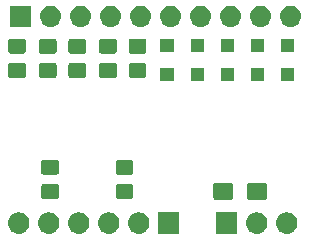
<source format=gbr>
G04 #@! TF.GenerationSoftware,KiCad,Pcbnew,5.1.2-f72e74a~84~ubuntu18.04.1*
G04 #@! TF.CreationDate,2019-06-19T14:53:36+07:00*
G04 #@! TF.ProjectId,serial_matrix_keyboard_shild,73657269-616c-45f6-9d61-747269785f6b,rev?*
G04 #@! TF.SameCoordinates,Original*
G04 #@! TF.FileFunction,Soldermask,Bot*
G04 #@! TF.FilePolarity,Negative*
%FSLAX46Y46*%
G04 Gerber Fmt 4.6, Leading zero omitted, Abs format (unit mm)*
G04 Created by KiCad (PCBNEW 5.1.2-f72e74a~84~ubuntu18.04.1) date 2019-06-19 14:53:36*
%MOMM*%
%LPD*%
G04 APERTURE LIST*
%ADD10C,0.100000*%
G04 APERTURE END LIST*
D10*
G36*
X221950443Y-103605519D02*
G01*
X222016627Y-103612037D01*
X222186466Y-103663557D01*
X222342991Y-103747222D01*
X222378729Y-103776552D01*
X222480186Y-103859814D01*
X222563448Y-103961271D01*
X222592778Y-103997009D01*
X222676443Y-104153534D01*
X222727963Y-104323373D01*
X222745359Y-104500000D01*
X222727963Y-104676627D01*
X222676443Y-104846466D01*
X222592778Y-105002991D01*
X222563448Y-105038729D01*
X222480186Y-105140186D01*
X222378729Y-105223448D01*
X222342991Y-105252778D01*
X222186466Y-105336443D01*
X222016627Y-105387963D01*
X221950443Y-105394481D01*
X221884260Y-105401000D01*
X221795740Y-105401000D01*
X221729557Y-105394481D01*
X221663373Y-105387963D01*
X221493534Y-105336443D01*
X221337009Y-105252778D01*
X221301271Y-105223448D01*
X221199814Y-105140186D01*
X221116552Y-105038729D01*
X221087222Y-105002991D01*
X221003557Y-104846466D01*
X220952037Y-104676627D01*
X220934641Y-104500000D01*
X220952037Y-104323373D01*
X221003557Y-104153534D01*
X221087222Y-103997009D01*
X221116552Y-103961271D01*
X221199814Y-103859814D01*
X221301271Y-103776552D01*
X221337009Y-103747222D01*
X221493534Y-103663557D01*
X221663373Y-103612037D01*
X221729558Y-103605518D01*
X221795740Y-103599000D01*
X221884260Y-103599000D01*
X221950443Y-103605519D01*
X221950443Y-103605519D01*
G37*
G36*
X219410443Y-103605519D02*
G01*
X219476627Y-103612037D01*
X219646466Y-103663557D01*
X219802991Y-103747222D01*
X219838729Y-103776552D01*
X219940186Y-103859814D01*
X220023448Y-103961271D01*
X220052778Y-103997009D01*
X220136443Y-104153534D01*
X220187963Y-104323373D01*
X220205359Y-104500000D01*
X220187963Y-104676627D01*
X220136443Y-104846466D01*
X220052778Y-105002991D01*
X220023448Y-105038729D01*
X219940186Y-105140186D01*
X219838729Y-105223448D01*
X219802991Y-105252778D01*
X219646466Y-105336443D01*
X219476627Y-105387963D01*
X219410443Y-105394481D01*
X219344260Y-105401000D01*
X219255740Y-105401000D01*
X219189557Y-105394481D01*
X219123373Y-105387963D01*
X218953534Y-105336443D01*
X218797009Y-105252778D01*
X218761271Y-105223448D01*
X218659814Y-105140186D01*
X218576552Y-105038729D01*
X218547222Y-105002991D01*
X218463557Y-104846466D01*
X218412037Y-104676627D01*
X218394641Y-104500000D01*
X218412037Y-104323373D01*
X218463557Y-104153534D01*
X218547222Y-103997009D01*
X218576552Y-103961271D01*
X218659814Y-103859814D01*
X218761271Y-103776552D01*
X218797009Y-103747222D01*
X218953534Y-103663557D01*
X219123373Y-103612037D01*
X219189558Y-103605518D01*
X219255740Y-103599000D01*
X219344260Y-103599000D01*
X219410443Y-103605519D01*
X219410443Y-103605519D01*
G37*
G36*
X199250443Y-103605519D02*
G01*
X199316627Y-103612037D01*
X199486466Y-103663557D01*
X199642991Y-103747222D01*
X199678729Y-103776552D01*
X199780186Y-103859814D01*
X199863448Y-103961271D01*
X199892778Y-103997009D01*
X199976443Y-104153534D01*
X200027963Y-104323373D01*
X200045359Y-104500000D01*
X200027963Y-104676627D01*
X199976443Y-104846466D01*
X199892778Y-105002991D01*
X199863448Y-105038729D01*
X199780186Y-105140186D01*
X199678729Y-105223448D01*
X199642991Y-105252778D01*
X199486466Y-105336443D01*
X199316627Y-105387963D01*
X199250443Y-105394481D01*
X199184260Y-105401000D01*
X199095740Y-105401000D01*
X199029557Y-105394481D01*
X198963373Y-105387963D01*
X198793534Y-105336443D01*
X198637009Y-105252778D01*
X198601271Y-105223448D01*
X198499814Y-105140186D01*
X198416552Y-105038729D01*
X198387222Y-105002991D01*
X198303557Y-104846466D01*
X198252037Y-104676627D01*
X198234641Y-104500000D01*
X198252037Y-104323373D01*
X198303557Y-104153534D01*
X198387222Y-103997009D01*
X198416552Y-103961271D01*
X198499814Y-103859814D01*
X198601271Y-103776552D01*
X198637009Y-103747222D01*
X198793534Y-103663557D01*
X198963373Y-103612037D01*
X199029558Y-103605518D01*
X199095740Y-103599000D01*
X199184260Y-103599000D01*
X199250443Y-103605519D01*
X199250443Y-103605519D01*
G37*
G36*
X201790443Y-103605519D02*
G01*
X201856627Y-103612037D01*
X202026466Y-103663557D01*
X202182991Y-103747222D01*
X202218729Y-103776552D01*
X202320186Y-103859814D01*
X202403448Y-103961271D01*
X202432778Y-103997009D01*
X202516443Y-104153534D01*
X202567963Y-104323373D01*
X202585359Y-104500000D01*
X202567963Y-104676627D01*
X202516443Y-104846466D01*
X202432778Y-105002991D01*
X202403448Y-105038729D01*
X202320186Y-105140186D01*
X202218729Y-105223448D01*
X202182991Y-105252778D01*
X202026466Y-105336443D01*
X201856627Y-105387963D01*
X201790443Y-105394481D01*
X201724260Y-105401000D01*
X201635740Y-105401000D01*
X201569557Y-105394481D01*
X201503373Y-105387963D01*
X201333534Y-105336443D01*
X201177009Y-105252778D01*
X201141271Y-105223448D01*
X201039814Y-105140186D01*
X200956552Y-105038729D01*
X200927222Y-105002991D01*
X200843557Y-104846466D01*
X200792037Y-104676627D01*
X200774641Y-104500000D01*
X200792037Y-104323373D01*
X200843557Y-104153534D01*
X200927222Y-103997009D01*
X200956552Y-103961271D01*
X201039814Y-103859814D01*
X201141271Y-103776552D01*
X201177009Y-103747222D01*
X201333534Y-103663557D01*
X201503373Y-103612037D01*
X201569558Y-103605518D01*
X201635740Y-103599000D01*
X201724260Y-103599000D01*
X201790443Y-103605519D01*
X201790443Y-103605519D01*
G37*
G36*
X204330443Y-103605519D02*
G01*
X204396627Y-103612037D01*
X204566466Y-103663557D01*
X204722991Y-103747222D01*
X204758729Y-103776552D01*
X204860186Y-103859814D01*
X204943448Y-103961271D01*
X204972778Y-103997009D01*
X205056443Y-104153534D01*
X205107963Y-104323373D01*
X205125359Y-104500000D01*
X205107963Y-104676627D01*
X205056443Y-104846466D01*
X204972778Y-105002991D01*
X204943448Y-105038729D01*
X204860186Y-105140186D01*
X204758729Y-105223448D01*
X204722991Y-105252778D01*
X204566466Y-105336443D01*
X204396627Y-105387963D01*
X204330443Y-105394481D01*
X204264260Y-105401000D01*
X204175740Y-105401000D01*
X204109557Y-105394481D01*
X204043373Y-105387963D01*
X203873534Y-105336443D01*
X203717009Y-105252778D01*
X203681271Y-105223448D01*
X203579814Y-105140186D01*
X203496552Y-105038729D01*
X203467222Y-105002991D01*
X203383557Y-104846466D01*
X203332037Y-104676627D01*
X203314641Y-104500000D01*
X203332037Y-104323373D01*
X203383557Y-104153534D01*
X203467222Y-103997009D01*
X203496552Y-103961271D01*
X203579814Y-103859814D01*
X203681271Y-103776552D01*
X203717009Y-103747222D01*
X203873534Y-103663557D01*
X204043373Y-103612037D01*
X204109558Y-103605518D01*
X204175740Y-103599000D01*
X204264260Y-103599000D01*
X204330443Y-103605519D01*
X204330443Y-103605519D01*
G37*
G36*
X209410443Y-103605519D02*
G01*
X209476627Y-103612037D01*
X209646466Y-103663557D01*
X209802991Y-103747222D01*
X209838729Y-103776552D01*
X209940186Y-103859814D01*
X210023448Y-103961271D01*
X210052778Y-103997009D01*
X210136443Y-104153534D01*
X210187963Y-104323373D01*
X210205359Y-104500000D01*
X210187963Y-104676627D01*
X210136443Y-104846466D01*
X210052778Y-105002991D01*
X210023448Y-105038729D01*
X209940186Y-105140186D01*
X209838729Y-105223448D01*
X209802991Y-105252778D01*
X209646466Y-105336443D01*
X209476627Y-105387963D01*
X209410443Y-105394481D01*
X209344260Y-105401000D01*
X209255740Y-105401000D01*
X209189557Y-105394481D01*
X209123373Y-105387963D01*
X208953534Y-105336443D01*
X208797009Y-105252778D01*
X208761271Y-105223448D01*
X208659814Y-105140186D01*
X208576552Y-105038729D01*
X208547222Y-105002991D01*
X208463557Y-104846466D01*
X208412037Y-104676627D01*
X208394641Y-104500000D01*
X208412037Y-104323373D01*
X208463557Y-104153534D01*
X208547222Y-103997009D01*
X208576552Y-103961271D01*
X208659814Y-103859814D01*
X208761271Y-103776552D01*
X208797009Y-103747222D01*
X208953534Y-103663557D01*
X209123373Y-103612037D01*
X209189558Y-103605518D01*
X209255740Y-103599000D01*
X209344260Y-103599000D01*
X209410443Y-103605519D01*
X209410443Y-103605519D01*
G37*
G36*
X212741000Y-105401000D02*
G01*
X210939000Y-105401000D01*
X210939000Y-103599000D01*
X212741000Y-103599000D01*
X212741000Y-105401000D01*
X212741000Y-105401000D01*
G37*
G36*
X217661000Y-105401000D02*
G01*
X215859000Y-105401000D01*
X215859000Y-103599000D01*
X217661000Y-103599000D01*
X217661000Y-105401000D01*
X217661000Y-105401000D01*
G37*
G36*
X206870443Y-103605519D02*
G01*
X206936627Y-103612037D01*
X207106466Y-103663557D01*
X207262991Y-103747222D01*
X207298729Y-103776552D01*
X207400186Y-103859814D01*
X207483448Y-103961271D01*
X207512778Y-103997009D01*
X207596443Y-104153534D01*
X207647963Y-104323373D01*
X207665359Y-104500000D01*
X207647963Y-104676627D01*
X207596443Y-104846466D01*
X207512778Y-105002991D01*
X207483448Y-105038729D01*
X207400186Y-105140186D01*
X207298729Y-105223448D01*
X207262991Y-105252778D01*
X207106466Y-105336443D01*
X206936627Y-105387963D01*
X206870443Y-105394481D01*
X206804260Y-105401000D01*
X206715740Y-105401000D01*
X206649557Y-105394481D01*
X206583373Y-105387963D01*
X206413534Y-105336443D01*
X206257009Y-105252778D01*
X206221271Y-105223448D01*
X206119814Y-105140186D01*
X206036552Y-105038729D01*
X206007222Y-105002991D01*
X205923557Y-104846466D01*
X205872037Y-104676627D01*
X205854641Y-104500000D01*
X205872037Y-104323373D01*
X205923557Y-104153534D01*
X206007222Y-103997009D01*
X206036552Y-103961271D01*
X206119814Y-103859814D01*
X206221271Y-103776552D01*
X206257009Y-103747222D01*
X206413534Y-103663557D01*
X206583373Y-103612037D01*
X206649558Y-103605518D01*
X206715740Y-103599000D01*
X206804260Y-103599000D01*
X206870443Y-103605519D01*
X206870443Y-103605519D01*
G37*
G36*
X217147798Y-101078247D02*
G01*
X217183367Y-101089037D01*
X217216139Y-101106554D01*
X217244869Y-101130131D01*
X217268446Y-101158861D01*
X217285963Y-101191633D01*
X217296753Y-101227202D01*
X217301000Y-101270325D01*
X217301000Y-102329675D01*
X217296753Y-102372798D01*
X217285963Y-102408367D01*
X217268446Y-102441139D01*
X217244869Y-102469869D01*
X217216139Y-102493446D01*
X217183367Y-102510963D01*
X217147798Y-102521753D01*
X217104675Y-102526000D01*
X215820325Y-102526000D01*
X215777202Y-102521753D01*
X215741633Y-102510963D01*
X215708861Y-102493446D01*
X215680131Y-102469869D01*
X215656554Y-102441139D01*
X215639037Y-102408367D01*
X215628247Y-102372798D01*
X215624000Y-102329675D01*
X215624000Y-101270325D01*
X215628247Y-101227202D01*
X215639037Y-101191633D01*
X215656554Y-101158861D01*
X215680131Y-101130131D01*
X215708861Y-101106554D01*
X215741633Y-101089037D01*
X215777202Y-101078247D01*
X215820325Y-101074000D01*
X217104675Y-101074000D01*
X217147798Y-101078247D01*
X217147798Y-101078247D01*
G37*
G36*
X220022798Y-101078247D02*
G01*
X220058367Y-101089037D01*
X220091139Y-101106554D01*
X220119869Y-101130131D01*
X220143446Y-101158861D01*
X220160963Y-101191633D01*
X220171753Y-101227202D01*
X220176000Y-101270325D01*
X220176000Y-102329675D01*
X220171753Y-102372798D01*
X220160963Y-102408367D01*
X220143446Y-102441139D01*
X220119869Y-102469869D01*
X220091139Y-102493446D01*
X220058367Y-102510963D01*
X220022798Y-102521753D01*
X219979675Y-102526000D01*
X218695325Y-102526000D01*
X218652202Y-102521753D01*
X218616633Y-102510963D01*
X218583861Y-102493446D01*
X218555131Y-102469869D01*
X218531554Y-102441139D01*
X218514037Y-102408367D01*
X218503247Y-102372798D01*
X218499000Y-102329675D01*
X218499000Y-101270325D01*
X218503247Y-101227202D01*
X218514037Y-101191633D01*
X218531554Y-101158861D01*
X218555131Y-101130131D01*
X218583861Y-101106554D01*
X218616633Y-101089037D01*
X218652202Y-101078247D01*
X218695325Y-101074000D01*
X219979675Y-101074000D01*
X220022798Y-101078247D01*
X220022798Y-101078247D01*
G37*
G36*
X202388674Y-101203465D02*
G01*
X202426367Y-101214899D01*
X202461103Y-101233466D01*
X202491548Y-101258452D01*
X202516534Y-101288897D01*
X202535101Y-101323633D01*
X202546535Y-101361326D01*
X202551000Y-101406661D01*
X202551000Y-102243339D01*
X202546535Y-102288674D01*
X202535101Y-102326367D01*
X202516534Y-102361103D01*
X202491548Y-102391548D01*
X202461103Y-102416534D01*
X202426367Y-102435101D01*
X202388674Y-102446535D01*
X202343339Y-102451000D01*
X201256661Y-102451000D01*
X201211326Y-102446535D01*
X201173633Y-102435101D01*
X201138897Y-102416534D01*
X201108452Y-102391548D01*
X201083466Y-102361103D01*
X201064899Y-102326367D01*
X201053465Y-102288674D01*
X201049000Y-102243339D01*
X201049000Y-101406661D01*
X201053465Y-101361326D01*
X201064899Y-101323633D01*
X201083466Y-101288897D01*
X201108452Y-101258452D01*
X201138897Y-101233466D01*
X201173633Y-101214899D01*
X201211326Y-101203465D01*
X201256661Y-101199000D01*
X202343339Y-101199000D01*
X202388674Y-101203465D01*
X202388674Y-101203465D01*
G37*
G36*
X208688674Y-101203465D02*
G01*
X208726367Y-101214899D01*
X208761103Y-101233466D01*
X208791548Y-101258452D01*
X208816534Y-101288897D01*
X208835101Y-101323633D01*
X208846535Y-101361326D01*
X208851000Y-101406661D01*
X208851000Y-102243339D01*
X208846535Y-102288674D01*
X208835101Y-102326367D01*
X208816534Y-102361103D01*
X208791548Y-102391548D01*
X208761103Y-102416534D01*
X208726367Y-102435101D01*
X208688674Y-102446535D01*
X208643339Y-102451000D01*
X207556661Y-102451000D01*
X207511326Y-102446535D01*
X207473633Y-102435101D01*
X207438897Y-102416534D01*
X207408452Y-102391548D01*
X207383466Y-102361103D01*
X207364899Y-102326367D01*
X207353465Y-102288674D01*
X207349000Y-102243339D01*
X207349000Y-101406661D01*
X207353465Y-101361326D01*
X207364899Y-101323633D01*
X207383466Y-101288897D01*
X207408452Y-101258452D01*
X207438897Y-101233466D01*
X207473633Y-101214899D01*
X207511326Y-101203465D01*
X207556661Y-101199000D01*
X208643339Y-101199000D01*
X208688674Y-101203465D01*
X208688674Y-101203465D01*
G37*
G36*
X202388674Y-99153465D02*
G01*
X202426367Y-99164899D01*
X202461103Y-99183466D01*
X202491548Y-99208452D01*
X202516534Y-99238897D01*
X202535101Y-99273633D01*
X202546535Y-99311326D01*
X202551000Y-99356661D01*
X202551000Y-100193339D01*
X202546535Y-100238674D01*
X202535101Y-100276367D01*
X202516534Y-100311103D01*
X202491548Y-100341548D01*
X202461103Y-100366534D01*
X202426367Y-100385101D01*
X202388674Y-100396535D01*
X202343339Y-100401000D01*
X201256661Y-100401000D01*
X201211326Y-100396535D01*
X201173633Y-100385101D01*
X201138897Y-100366534D01*
X201108452Y-100341548D01*
X201083466Y-100311103D01*
X201064899Y-100276367D01*
X201053465Y-100238674D01*
X201049000Y-100193339D01*
X201049000Y-99356661D01*
X201053465Y-99311326D01*
X201064899Y-99273633D01*
X201083466Y-99238897D01*
X201108452Y-99208452D01*
X201138897Y-99183466D01*
X201173633Y-99164899D01*
X201211326Y-99153465D01*
X201256661Y-99149000D01*
X202343339Y-99149000D01*
X202388674Y-99153465D01*
X202388674Y-99153465D01*
G37*
G36*
X208688674Y-99153465D02*
G01*
X208726367Y-99164899D01*
X208761103Y-99183466D01*
X208791548Y-99208452D01*
X208816534Y-99238897D01*
X208835101Y-99273633D01*
X208846535Y-99311326D01*
X208851000Y-99356661D01*
X208851000Y-100193339D01*
X208846535Y-100238674D01*
X208835101Y-100276367D01*
X208816534Y-100311103D01*
X208791548Y-100341548D01*
X208761103Y-100366534D01*
X208726367Y-100385101D01*
X208688674Y-100396535D01*
X208643339Y-100401000D01*
X207556661Y-100401000D01*
X207511326Y-100396535D01*
X207473633Y-100385101D01*
X207438897Y-100366534D01*
X207408452Y-100341548D01*
X207383466Y-100311103D01*
X207364899Y-100276367D01*
X207353465Y-100238674D01*
X207349000Y-100193339D01*
X207349000Y-99356661D01*
X207353465Y-99311326D01*
X207364899Y-99273633D01*
X207383466Y-99238897D01*
X207408452Y-99208452D01*
X207438897Y-99183466D01*
X207473633Y-99164899D01*
X207511326Y-99153465D01*
X207556661Y-99149000D01*
X208643339Y-99149000D01*
X208688674Y-99153465D01*
X208688674Y-99153465D01*
G37*
G36*
X219951000Y-92501000D02*
G01*
X218849000Y-92501000D01*
X218849000Y-91399000D01*
X219951000Y-91399000D01*
X219951000Y-92501000D01*
X219951000Y-92501000D01*
G37*
G36*
X222451000Y-92501000D02*
G01*
X221349000Y-92501000D01*
X221349000Y-91399000D01*
X222451000Y-91399000D01*
X222451000Y-92501000D01*
X222451000Y-92501000D01*
G37*
G36*
X217351000Y-92501000D02*
G01*
X216249000Y-92501000D01*
X216249000Y-91399000D01*
X217351000Y-91399000D01*
X217351000Y-92501000D01*
X217351000Y-92501000D01*
G37*
G36*
X214851000Y-92501000D02*
G01*
X213749000Y-92501000D01*
X213749000Y-91399000D01*
X214851000Y-91399000D01*
X214851000Y-92501000D01*
X214851000Y-92501000D01*
G37*
G36*
X212251000Y-92501000D02*
G01*
X211149000Y-92501000D01*
X211149000Y-91399000D01*
X212251000Y-91399000D01*
X212251000Y-92501000D01*
X212251000Y-92501000D01*
G37*
G36*
X207288674Y-90953465D02*
G01*
X207326367Y-90964899D01*
X207361103Y-90983466D01*
X207391548Y-91008452D01*
X207416534Y-91038897D01*
X207435101Y-91073633D01*
X207446535Y-91111326D01*
X207451000Y-91156661D01*
X207451000Y-91993339D01*
X207446535Y-92038674D01*
X207435101Y-92076367D01*
X207416534Y-92111103D01*
X207391548Y-92141548D01*
X207361103Y-92166534D01*
X207326367Y-92185101D01*
X207288674Y-92196535D01*
X207243339Y-92201000D01*
X206156661Y-92201000D01*
X206111326Y-92196535D01*
X206073633Y-92185101D01*
X206038897Y-92166534D01*
X206008452Y-92141548D01*
X205983466Y-92111103D01*
X205964899Y-92076367D01*
X205953465Y-92038674D01*
X205949000Y-91993339D01*
X205949000Y-91156661D01*
X205953465Y-91111326D01*
X205964899Y-91073633D01*
X205983466Y-91038897D01*
X206008452Y-91008452D01*
X206038897Y-90983466D01*
X206073633Y-90964899D01*
X206111326Y-90953465D01*
X206156661Y-90949000D01*
X207243339Y-90949000D01*
X207288674Y-90953465D01*
X207288674Y-90953465D01*
G37*
G36*
X209788674Y-90953465D02*
G01*
X209826367Y-90964899D01*
X209861103Y-90983466D01*
X209891548Y-91008452D01*
X209916534Y-91038897D01*
X209935101Y-91073633D01*
X209946535Y-91111326D01*
X209951000Y-91156661D01*
X209951000Y-91993339D01*
X209946535Y-92038674D01*
X209935101Y-92076367D01*
X209916534Y-92111103D01*
X209891548Y-92141548D01*
X209861103Y-92166534D01*
X209826367Y-92185101D01*
X209788674Y-92196535D01*
X209743339Y-92201000D01*
X208656661Y-92201000D01*
X208611326Y-92196535D01*
X208573633Y-92185101D01*
X208538897Y-92166534D01*
X208508452Y-92141548D01*
X208483466Y-92111103D01*
X208464899Y-92076367D01*
X208453465Y-92038674D01*
X208449000Y-91993339D01*
X208449000Y-91156661D01*
X208453465Y-91111326D01*
X208464899Y-91073633D01*
X208483466Y-91038897D01*
X208508452Y-91008452D01*
X208538897Y-90983466D01*
X208573633Y-90964899D01*
X208611326Y-90953465D01*
X208656661Y-90949000D01*
X209743339Y-90949000D01*
X209788674Y-90953465D01*
X209788674Y-90953465D01*
G37*
G36*
X204688674Y-90953465D02*
G01*
X204726367Y-90964899D01*
X204761103Y-90983466D01*
X204791548Y-91008452D01*
X204816534Y-91038897D01*
X204835101Y-91073633D01*
X204846535Y-91111326D01*
X204851000Y-91156661D01*
X204851000Y-91993339D01*
X204846535Y-92038674D01*
X204835101Y-92076367D01*
X204816534Y-92111103D01*
X204791548Y-92141548D01*
X204761103Y-92166534D01*
X204726367Y-92185101D01*
X204688674Y-92196535D01*
X204643339Y-92201000D01*
X203556661Y-92201000D01*
X203511326Y-92196535D01*
X203473633Y-92185101D01*
X203438897Y-92166534D01*
X203408452Y-92141548D01*
X203383466Y-92111103D01*
X203364899Y-92076367D01*
X203353465Y-92038674D01*
X203349000Y-91993339D01*
X203349000Y-91156661D01*
X203353465Y-91111326D01*
X203364899Y-91073633D01*
X203383466Y-91038897D01*
X203408452Y-91008452D01*
X203438897Y-90983466D01*
X203473633Y-90964899D01*
X203511326Y-90953465D01*
X203556661Y-90949000D01*
X204643339Y-90949000D01*
X204688674Y-90953465D01*
X204688674Y-90953465D01*
G37*
G36*
X199588674Y-90953465D02*
G01*
X199626367Y-90964899D01*
X199661103Y-90983466D01*
X199691548Y-91008452D01*
X199716534Y-91038897D01*
X199735101Y-91073633D01*
X199746535Y-91111326D01*
X199751000Y-91156661D01*
X199751000Y-91993339D01*
X199746535Y-92038674D01*
X199735101Y-92076367D01*
X199716534Y-92111103D01*
X199691548Y-92141548D01*
X199661103Y-92166534D01*
X199626367Y-92185101D01*
X199588674Y-92196535D01*
X199543339Y-92201000D01*
X198456661Y-92201000D01*
X198411326Y-92196535D01*
X198373633Y-92185101D01*
X198338897Y-92166534D01*
X198308452Y-92141548D01*
X198283466Y-92111103D01*
X198264899Y-92076367D01*
X198253465Y-92038674D01*
X198249000Y-91993339D01*
X198249000Y-91156661D01*
X198253465Y-91111326D01*
X198264899Y-91073633D01*
X198283466Y-91038897D01*
X198308452Y-91008452D01*
X198338897Y-90983466D01*
X198373633Y-90964899D01*
X198411326Y-90953465D01*
X198456661Y-90949000D01*
X199543339Y-90949000D01*
X199588674Y-90953465D01*
X199588674Y-90953465D01*
G37*
G36*
X202188674Y-90953465D02*
G01*
X202226367Y-90964899D01*
X202261103Y-90983466D01*
X202291548Y-91008452D01*
X202316534Y-91038897D01*
X202335101Y-91073633D01*
X202346535Y-91111326D01*
X202351000Y-91156661D01*
X202351000Y-91993339D01*
X202346535Y-92038674D01*
X202335101Y-92076367D01*
X202316534Y-92111103D01*
X202291548Y-92141548D01*
X202261103Y-92166534D01*
X202226367Y-92185101D01*
X202188674Y-92196535D01*
X202143339Y-92201000D01*
X201056661Y-92201000D01*
X201011326Y-92196535D01*
X200973633Y-92185101D01*
X200938897Y-92166534D01*
X200908452Y-92141548D01*
X200883466Y-92111103D01*
X200864899Y-92076367D01*
X200853465Y-92038674D01*
X200849000Y-91993339D01*
X200849000Y-91156661D01*
X200853465Y-91111326D01*
X200864899Y-91073633D01*
X200883466Y-91038897D01*
X200908452Y-91008452D01*
X200938897Y-90983466D01*
X200973633Y-90964899D01*
X201011326Y-90953465D01*
X201056661Y-90949000D01*
X202143339Y-90949000D01*
X202188674Y-90953465D01*
X202188674Y-90953465D01*
G37*
G36*
X199588674Y-88903465D02*
G01*
X199626367Y-88914899D01*
X199661103Y-88933466D01*
X199691548Y-88958452D01*
X199716534Y-88988897D01*
X199735101Y-89023633D01*
X199746535Y-89061326D01*
X199751000Y-89106661D01*
X199751000Y-89943339D01*
X199746535Y-89988674D01*
X199735101Y-90026367D01*
X199716534Y-90061103D01*
X199691548Y-90091548D01*
X199661103Y-90116534D01*
X199626367Y-90135101D01*
X199588674Y-90146535D01*
X199543339Y-90151000D01*
X198456661Y-90151000D01*
X198411326Y-90146535D01*
X198373633Y-90135101D01*
X198338897Y-90116534D01*
X198308452Y-90091548D01*
X198283466Y-90061103D01*
X198264899Y-90026367D01*
X198253465Y-89988674D01*
X198249000Y-89943339D01*
X198249000Y-89106661D01*
X198253465Y-89061326D01*
X198264899Y-89023633D01*
X198283466Y-88988897D01*
X198308452Y-88958452D01*
X198338897Y-88933466D01*
X198373633Y-88914899D01*
X198411326Y-88903465D01*
X198456661Y-88899000D01*
X199543339Y-88899000D01*
X199588674Y-88903465D01*
X199588674Y-88903465D01*
G37*
G36*
X209788674Y-88903465D02*
G01*
X209826367Y-88914899D01*
X209861103Y-88933466D01*
X209891548Y-88958452D01*
X209916534Y-88988897D01*
X209935101Y-89023633D01*
X209946535Y-89061326D01*
X209951000Y-89106661D01*
X209951000Y-89943339D01*
X209946535Y-89988674D01*
X209935101Y-90026367D01*
X209916534Y-90061103D01*
X209891548Y-90091548D01*
X209861103Y-90116534D01*
X209826367Y-90135101D01*
X209788674Y-90146535D01*
X209743339Y-90151000D01*
X208656661Y-90151000D01*
X208611326Y-90146535D01*
X208573633Y-90135101D01*
X208538897Y-90116534D01*
X208508452Y-90091548D01*
X208483466Y-90061103D01*
X208464899Y-90026367D01*
X208453465Y-89988674D01*
X208449000Y-89943339D01*
X208449000Y-89106661D01*
X208453465Y-89061326D01*
X208464899Y-89023633D01*
X208483466Y-88988897D01*
X208508452Y-88958452D01*
X208538897Y-88933466D01*
X208573633Y-88914899D01*
X208611326Y-88903465D01*
X208656661Y-88899000D01*
X209743339Y-88899000D01*
X209788674Y-88903465D01*
X209788674Y-88903465D01*
G37*
G36*
X202188674Y-88903465D02*
G01*
X202226367Y-88914899D01*
X202261103Y-88933466D01*
X202291548Y-88958452D01*
X202316534Y-88988897D01*
X202335101Y-89023633D01*
X202346535Y-89061326D01*
X202351000Y-89106661D01*
X202351000Y-89943339D01*
X202346535Y-89988674D01*
X202335101Y-90026367D01*
X202316534Y-90061103D01*
X202291548Y-90091548D01*
X202261103Y-90116534D01*
X202226367Y-90135101D01*
X202188674Y-90146535D01*
X202143339Y-90151000D01*
X201056661Y-90151000D01*
X201011326Y-90146535D01*
X200973633Y-90135101D01*
X200938897Y-90116534D01*
X200908452Y-90091548D01*
X200883466Y-90061103D01*
X200864899Y-90026367D01*
X200853465Y-89988674D01*
X200849000Y-89943339D01*
X200849000Y-89106661D01*
X200853465Y-89061326D01*
X200864899Y-89023633D01*
X200883466Y-88988897D01*
X200908452Y-88958452D01*
X200938897Y-88933466D01*
X200973633Y-88914899D01*
X201011326Y-88903465D01*
X201056661Y-88899000D01*
X202143339Y-88899000D01*
X202188674Y-88903465D01*
X202188674Y-88903465D01*
G37*
G36*
X204688674Y-88903465D02*
G01*
X204726367Y-88914899D01*
X204761103Y-88933466D01*
X204791548Y-88958452D01*
X204816534Y-88988897D01*
X204835101Y-89023633D01*
X204846535Y-89061326D01*
X204851000Y-89106661D01*
X204851000Y-89943339D01*
X204846535Y-89988674D01*
X204835101Y-90026367D01*
X204816534Y-90061103D01*
X204791548Y-90091548D01*
X204761103Y-90116534D01*
X204726367Y-90135101D01*
X204688674Y-90146535D01*
X204643339Y-90151000D01*
X203556661Y-90151000D01*
X203511326Y-90146535D01*
X203473633Y-90135101D01*
X203438897Y-90116534D01*
X203408452Y-90091548D01*
X203383466Y-90061103D01*
X203364899Y-90026367D01*
X203353465Y-89988674D01*
X203349000Y-89943339D01*
X203349000Y-89106661D01*
X203353465Y-89061326D01*
X203364899Y-89023633D01*
X203383466Y-88988897D01*
X203408452Y-88958452D01*
X203438897Y-88933466D01*
X203473633Y-88914899D01*
X203511326Y-88903465D01*
X203556661Y-88899000D01*
X204643339Y-88899000D01*
X204688674Y-88903465D01*
X204688674Y-88903465D01*
G37*
G36*
X207288674Y-88903465D02*
G01*
X207326367Y-88914899D01*
X207361103Y-88933466D01*
X207391548Y-88958452D01*
X207416534Y-88988897D01*
X207435101Y-89023633D01*
X207446535Y-89061326D01*
X207451000Y-89106661D01*
X207451000Y-89943339D01*
X207446535Y-89988674D01*
X207435101Y-90026367D01*
X207416534Y-90061103D01*
X207391548Y-90091548D01*
X207361103Y-90116534D01*
X207326367Y-90135101D01*
X207288674Y-90146535D01*
X207243339Y-90151000D01*
X206156661Y-90151000D01*
X206111326Y-90146535D01*
X206073633Y-90135101D01*
X206038897Y-90116534D01*
X206008452Y-90091548D01*
X205983466Y-90061103D01*
X205964899Y-90026367D01*
X205953465Y-89988674D01*
X205949000Y-89943339D01*
X205949000Y-89106661D01*
X205953465Y-89061326D01*
X205964899Y-89023633D01*
X205983466Y-88988897D01*
X206008452Y-88958452D01*
X206038897Y-88933466D01*
X206073633Y-88914899D01*
X206111326Y-88903465D01*
X206156661Y-88899000D01*
X207243339Y-88899000D01*
X207288674Y-88903465D01*
X207288674Y-88903465D01*
G37*
G36*
X212251000Y-90001000D02*
G01*
X211149000Y-90001000D01*
X211149000Y-88899000D01*
X212251000Y-88899000D01*
X212251000Y-90001000D01*
X212251000Y-90001000D01*
G37*
G36*
X214851000Y-90001000D02*
G01*
X213749000Y-90001000D01*
X213749000Y-88899000D01*
X214851000Y-88899000D01*
X214851000Y-90001000D01*
X214851000Y-90001000D01*
G37*
G36*
X219951000Y-90001000D02*
G01*
X218849000Y-90001000D01*
X218849000Y-88899000D01*
X219951000Y-88899000D01*
X219951000Y-90001000D01*
X219951000Y-90001000D01*
G37*
G36*
X222451000Y-90001000D02*
G01*
X221349000Y-90001000D01*
X221349000Y-88899000D01*
X222451000Y-88899000D01*
X222451000Y-90001000D01*
X222451000Y-90001000D01*
G37*
G36*
X217351000Y-90001000D02*
G01*
X216249000Y-90001000D01*
X216249000Y-88899000D01*
X217351000Y-88899000D01*
X217351000Y-90001000D01*
X217351000Y-90001000D01*
G37*
G36*
X209570442Y-86105518D02*
G01*
X209636627Y-86112037D01*
X209806466Y-86163557D01*
X209962991Y-86247222D01*
X209998729Y-86276552D01*
X210100186Y-86359814D01*
X210183448Y-86461271D01*
X210212778Y-86497009D01*
X210296443Y-86653534D01*
X210347963Y-86823373D01*
X210365359Y-87000000D01*
X210347963Y-87176627D01*
X210296443Y-87346466D01*
X210212778Y-87502991D01*
X210183448Y-87538729D01*
X210100186Y-87640186D01*
X209998729Y-87723448D01*
X209962991Y-87752778D01*
X209806466Y-87836443D01*
X209636627Y-87887963D01*
X209570443Y-87894481D01*
X209504260Y-87901000D01*
X209415740Y-87901000D01*
X209349557Y-87894481D01*
X209283373Y-87887963D01*
X209113534Y-87836443D01*
X208957009Y-87752778D01*
X208921271Y-87723448D01*
X208819814Y-87640186D01*
X208736552Y-87538729D01*
X208707222Y-87502991D01*
X208623557Y-87346466D01*
X208572037Y-87176627D01*
X208554641Y-87000000D01*
X208572037Y-86823373D01*
X208623557Y-86653534D01*
X208707222Y-86497009D01*
X208736552Y-86461271D01*
X208819814Y-86359814D01*
X208921271Y-86276552D01*
X208957009Y-86247222D01*
X209113534Y-86163557D01*
X209283373Y-86112037D01*
X209349558Y-86105518D01*
X209415740Y-86099000D01*
X209504260Y-86099000D01*
X209570442Y-86105518D01*
X209570442Y-86105518D01*
G37*
G36*
X200201000Y-87901000D02*
G01*
X198399000Y-87901000D01*
X198399000Y-86099000D01*
X200201000Y-86099000D01*
X200201000Y-87901000D01*
X200201000Y-87901000D01*
G37*
G36*
X201950442Y-86105518D02*
G01*
X202016627Y-86112037D01*
X202186466Y-86163557D01*
X202342991Y-86247222D01*
X202378729Y-86276552D01*
X202480186Y-86359814D01*
X202563448Y-86461271D01*
X202592778Y-86497009D01*
X202676443Y-86653534D01*
X202727963Y-86823373D01*
X202745359Y-87000000D01*
X202727963Y-87176627D01*
X202676443Y-87346466D01*
X202592778Y-87502991D01*
X202563448Y-87538729D01*
X202480186Y-87640186D01*
X202378729Y-87723448D01*
X202342991Y-87752778D01*
X202186466Y-87836443D01*
X202016627Y-87887963D01*
X201950443Y-87894481D01*
X201884260Y-87901000D01*
X201795740Y-87901000D01*
X201729557Y-87894481D01*
X201663373Y-87887963D01*
X201493534Y-87836443D01*
X201337009Y-87752778D01*
X201301271Y-87723448D01*
X201199814Y-87640186D01*
X201116552Y-87538729D01*
X201087222Y-87502991D01*
X201003557Y-87346466D01*
X200952037Y-87176627D01*
X200934641Y-87000000D01*
X200952037Y-86823373D01*
X201003557Y-86653534D01*
X201087222Y-86497009D01*
X201116552Y-86461271D01*
X201199814Y-86359814D01*
X201301271Y-86276552D01*
X201337009Y-86247222D01*
X201493534Y-86163557D01*
X201663373Y-86112037D01*
X201729558Y-86105518D01*
X201795740Y-86099000D01*
X201884260Y-86099000D01*
X201950442Y-86105518D01*
X201950442Y-86105518D01*
G37*
G36*
X222270442Y-86105518D02*
G01*
X222336627Y-86112037D01*
X222506466Y-86163557D01*
X222662991Y-86247222D01*
X222698729Y-86276552D01*
X222800186Y-86359814D01*
X222883448Y-86461271D01*
X222912778Y-86497009D01*
X222996443Y-86653534D01*
X223047963Y-86823373D01*
X223065359Y-87000000D01*
X223047963Y-87176627D01*
X222996443Y-87346466D01*
X222912778Y-87502991D01*
X222883448Y-87538729D01*
X222800186Y-87640186D01*
X222698729Y-87723448D01*
X222662991Y-87752778D01*
X222506466Y-87836443D01*
X222336627Y-87887963D01*
X222270443Y-87894481D01*
X222204260Y-87901000D01*
X222115740Y-87901000D01*
X222049557Y-87894481D01*
X221983373Y-87887963D01*
X221813534Y-87836443D01*
X221657009Y-87752778D01*
X221621271Y-87723448D01*
X221519814Y-87640186D01*
X221436552Y-87538729D01*
X221407222Y-87502991D01*
X221323557Y-87346466D01*
X221272037Y-87176627D01*
X221254641Y-87000000D01*
X221272037Y-86823373D01*
X221323557Y-86653534D01*
X221407222Y-86497009D01*
X221436552Y-86461271D01*
X221519814Y-86359814D01*
X221621271Y-86276552D01*
X221657009Y-86247222D01*
X221813534Y-86163557D01*
X221983373Y-86112037D01*
X222049558Y-86105518D01*
X222115740Y-86099000D01*
X222204260Y-86099000D01*
X222270442Y-86105518D01*
X222270442Y-86105518D01*
G37*
G36*
X219730442Y-86105518D02*
G01*
X219796627Y-86112037D01*
X219966466Y-86163557D01*
X220122991Y-86247222D01*
X220158729Y-86276552D01*
X220260186Y-86359814D01*
X220343448Y-86461271D01*
X220372778Y-86497009D01*
X220456443Y-86653534D01*
X220507963Y-86823373D01*
X220525359Y-87000000D01*
X220507963Y-87176627D01*
X220456443Y-87346466D01*
X220372778Y-87502991D01*
X220343448Y-87538729D01*
X220260186Y-87640186D01*
X220158729Y-87723448D01*
X220122991Y-87752778D01*
X219966466Y-87836443D01*
X219796627Y-87887963D01*
X219730443Y-87894481D01*
X219664260Y-87901000D01*
X219575740Y-87901000D01*
X219509557Y-87894481D01*
X219443373Y-87887963D01*
X219273534Y-87836443D01*
X219117009Y-87752778D01*
X219081271Y-87723448D01*
X218979814Y-87640186D01*
X218896552Y-87538729D01*
X218867222Y-87502991D01*
X218783557Y-87346466D01*
X218732037Y-87176627D01*
X218714641Y-87000000D01*
X218732037Y-86823373D01*
X218783557Y-86653534D01*
X218867222Y-86497009D01*
X218896552Y-86461271D01*
X218979814Y-86359814D01*
X219081271Y-86276552D01*
X219117009Y-86247222D01*
X219273534Y-86163557D01*
X219443373Y-86112037D01*
X219509558Y-86105518D01*
X219575740Y-86099000D01*
X219664260Y-86099000D01*
X219730442Y-86105518D01*
X219730442Y-86105518D01*
G37*
G36*
X217190442Y-86105518D02*
G01*
X217256627Y-86112037D01*
X217426466Y-86163557D01*
X217582991Y-86247222D01*
X217618729Y-86276552D01*
X217720186Y-86359814D01*
X217803448Y-86461271D01*
X217832778Y-86497009D01*
X217916443Y-86653534D01*
X217967963Y-86823373D01*
X217985359Y-87000000D01*
X217967963Y-87176627D01*
X217916443Y-87346466D01*
X217832778Y-87502991D01*
X217803448Y-87538729D01*
X217720186Y-87640186D01*
X217618729Y-87723448D01*
X217582991Y-87752778D01*
X217426466Y-87836443D01*
X217256627Y-87887963D01*
X217190443Y-87894481D01*
X217124260Y-87901000D01*
X217035740Y-87901000D01*
X216969557Y-87894481D01*
X216903373Y-87887963D01*
X216733534Y-87836443D01*
X216577009Y-87752778D01*
X216541271Y-87723448D01*
X216439814Y-87640186D01*
X216356552Y-87538729D01*
X216327222Y-87502991D01*
X216243557Y-87346466D01*
X216192037Y-87176627D01*
X216174641Y-87000000D01*
X216192037Y-86823373D01*
X216243557Y-86653534D01*
X216327222Y-86497009D01*
X216356552Y-86461271D01*
X216439814Y-86359814D01*
X216541271Y-86276552D01*
X216577009Y-86247222D01*
X216733534Y-86163557D01*
X216903373Y-86112037D01*
X216969558Y-86105518D01*
X217035740Y-86099000D01*
X217124260Y-86099000D01*
X217190442Y-86105518D01*
X217190442Y-86105518D01*
G37*
G36*
X214650442Y-86105518D02*
G01*
X214716627Y-86112037D01*
X214886466Y-86163557D01*
X215042991Y-86247222D01*
X215078729Y-86276552D01*
X215180186Y-86359814D01*
X215263448Y-86461271D01*
X215292778Y-86497009D01*
X215376443Y-86653534D01*
X215427963Y-86823373D01*
X215445359Y-87000000D01*
X215427963Y-87176627D01*
X215376443Y-87346466D01*
X215292778Y-87502991D01*
X215263448Y-87538729D01*
X215180186Y-87640186D01*
X215078729Y-87723448D01*
X215042991Y-87752778D01*
X214886466Y-87836443D01*
X214716627Y-87887963D01*
X214650443Y-87894481D01*
X214584260Y-87901000D01*
X214495740Y-87901000D01*
X214429557Y-87894481D01*
X214363373Y-87887963D01*
X214193534Y-87836443D01*
X214037009Y-87752778D01*
X214001271Y-87723448D01*
X213899814Y-87640186D01*
X213816552Y-87538729D01*
X213787222Y-87502991D01*
X213703557Y-87346466D01*
X213652037Y-87176627D01*
X213634641Y-87000000D01*
X213652037Y-86823373D01*
X213703557Y-86653534D01*
X213787222Y-86497009D01*
X213816552Y-86461271D01*
X213899814Y-86359814D01*
X214001271Y-86276552D01*
X214037009Y-86247222D01*
X214193534Y-86163557D01*
X214363373Y-86112037D01*
X214429558Y-86105518D01*
X214495740Y-86099000D01*
X214584260Y-86099000D01*
X214650442Y-86105518D01*
X214650442Y-86105518D01*
G37*
G36*
X212110442Y-86105518D02*
G01*
X212176627Y-86112037D01*
X212346466Y-86163557D01*
X212502991Y-86247222D01*
X212538729Y-86276552D01*
X212640186Y-86359814D01*
X212723448Y-86461271D01*
X212752778Y-86497009D01*
X212836443Y-86653534D01*
X212887963Y-86823373D01*
X212905359Y-87000000D01*
X212887963Y-87176627D01*
X212836443Y-87346466D01*
X212752778Y-87502991D01*
X212723448Y-87538729D01*
X212640186Y-87640186D01*
X212538729Y-87723448D01*
X212502991Y-87752778D01*
X212346466Y-87836443D01*
X212176627Y-87887963D01*
X212110443Y-87894481D01*
X212044260Y-87901000D01*
X211955740Y-87901000D01*
X211889557Y-87894481D01*
X211823373Y-87887963D01*
X211653534Y-87836443D01*
X211497009Y-87752778D01*
X211461271Y-87723448D01*
X211359814Y-87640186D01*
X211276552Y-87538729D01*
X211247222Y-87502991D01*
X211163557Y-87346466D01*
X211112037Y-87176627D01*
X211094641Y-87000000D01*
X211112037Y-86823373D01*
X211163557Y-86653534D01*
X211247222Y-86497009D01*
X211276552Y-86461271D01*
X211359814Y-86359814D01*
X211461271Y-86276552D01*
X211497009Y-86247222D01*
X211653534Y-86163557D01*
X211823373Y-86112037D01*
X211889558Y-86105518D01*
X211955740Y-86099000D01*
X212044260Y-86099000D01*
X212110442Y-86105518D01*
X212110442Y-86105518D01*
G37*
G36*
X204490442Y-86105518D02*
G01*
X204556627Y-86112037D01*
X204726466Y-86163557D01*
X204882991Y-86247222D01*
X204918729Y-86276552D01*
X205020186Y-86359814D01*
X205103448Y-86461271D01*
X205132778Y-86497009D01*
X205216443Y-86653534D01*
X205267963Y-86823373D01*
X205285359Y-87000000D01*
X205267963Y-87176627D01*
X205216443Y-87346466D01*
X205132778Y-87502991D01*
X205103448Y-87538729D01*
X205020186Y-87640186D01*
X204918729Y-87723448D01*
X204882991Y-87752778D01*
X204726466Y-87836443D01*
X204556627Y-87887963D01*
X204490443Y-87894481D01*
X204424260Y-87901000D01*
X204335740Y-87901000D01*
X204269557Y-87894481D01*
X204203373Y-87887963D01*
X204033534Y-87836443D01*
X203877009Y-87752778D01*
X203841271Y-87723448D01*
X203739814Y-87640186D01*
X203656552Y-87538729D01*
X203627222Y-87502991D01*
X203543557Y-87346466D01*
X203492037Y-87176627D01*
X203474641Y-87000000D01*
X203492037Y-86823373D01*
X203543557Y-86653534D01*
X203627222Y-86497009D01*
X203656552Y-86461271D01*
X203739814Y-86359814D01*
X203841271Y-86276552D01*
X203877009Y-86247222D01*
X204033534Y-86163557D01*
X204203373Y-86112037D01*
X204269558Y-86105518D01*
X204335740Y-86099000D01*
X204424260Y-86099000D01*
X204490442Y-86105518D01*
X204490442Y-86105518D01*
G37*
G36*
X207030442Y-86105518D02*
G01*
X207096627Y-86112037D01*
X207266466Y-86163557D01*
X207422991Y-86247222D01*
X207458729Y-86276552D01*
X207560186Y-86359814D01*
X207643448Y-86461271D01*
X207672778Y-86497009D01*
X207756443Y-86653534D01*
X207807963Y-86823373D01*
X207825359Y-87000000D01*
X207807963Y-87176627D01*
X207756443Y-87346466D01*
X207672778Y-87502991D01*
X207643448Y-87538729D01*
X207560186Y-87640186D01*
X207458729Y-87723448D01*
X207422991Y-87752778D01*
X207266466Y-87836443D01*
X207096627Y-87887963D01*
X207030443Y-87894481D01*
X206964260Y-87901000D01*
X206875740Y-87901000D01*
X206809557Y-87894481D01*
X206743373Y-87887963D01*
X206573534Y-87836443D01*
X206417009Y-87752778D01*
X206381271Y-87723448D01*
X206279814Y-87640186D01*
X206196552Y-87538729D01*
X206167222Y-87502991D01*
X206083557Y-87346466D01*
X206032037Y-87176627D01*
X206014641Y-87000000D01*
X206032037Y-86823373D01*
X206083557Y-86653534D01*
X206167222Y-86497009D01*
X206196552Y-86461271D01*
X206279814Y-86359814D01*
X206381271Y-86276552D01*
X206417009Y-86247222D01*
X206573534Y-86163557D01*
X206743373Y-86112037D01*
X206809558Y-86105518D01*
X206875740Y-86099000D01*
X206964260Y-86099000D01*
X207030442Y-86105518D01*
X207030442Y-86105518D01*
G37*
M02*

</source>
